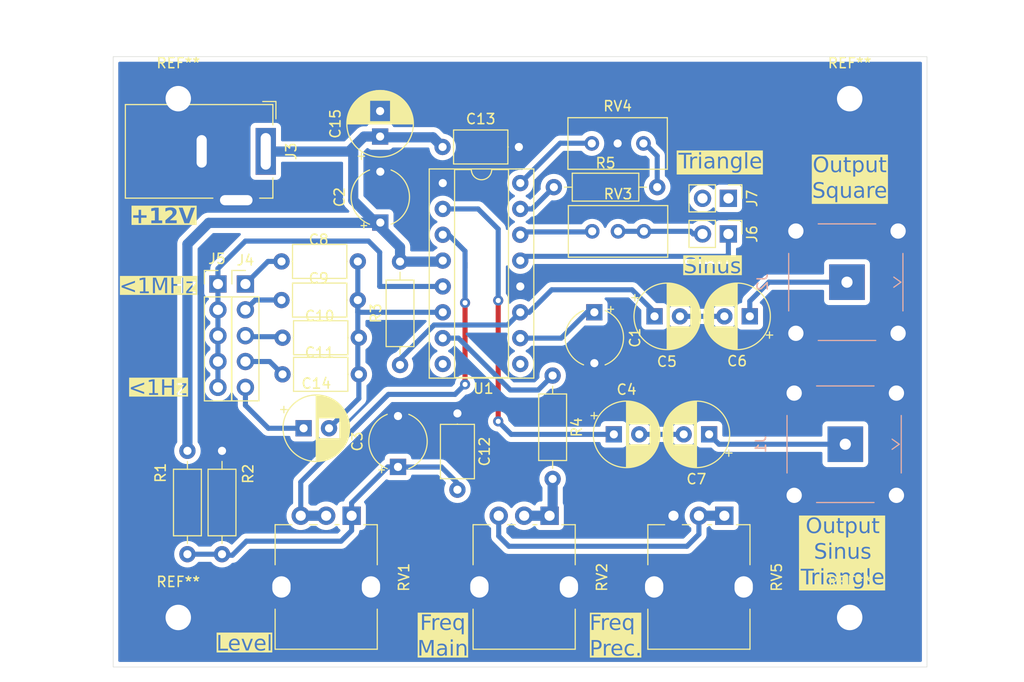
<source format=kicad_pcb>
(kicad_pcb (version 20240108) (generator "pcbnew") (generator_version "8.0")
  (layers (0 "F.Cu" signal) (31 "B.Cu" signal) (34 "B.Paste" user) (35 "F.Paste" user) (36 "B.SilkS" user "B.Silkscreen") (37 "F.SilkS" user "F.Silkscreen") (38 "B.Mask" user) (39 "F.Mask" user) (44 "Edge.Cuts" user))
  (net 0 "")
  (net 1 "Net-(U1-BIAS)")
  (net 2 "GND")
  (net 3 "+12V")
  (net 4 "Net-(C12-Pad2)")
  (net 5 "Net-(U1-STO)")
  (net 6 "Net-(C4-Pad2)")
  (net 7 "Net-(C5-Pad2)")
  (net 8 "Net-(U1-SYNCO)")
  (net 9 "Net-(J2-In)")
  (net 10 "Net-(J1-In)")
  (net 11 "Net-(U1-TC2)")
  (net 12 "Net-(R4-Pad2)")
  (net 13 "Net-(U1-TR1)")
  (net 14 "Net-(U1-MO)")
  (net 15 "Net-(U1-SYMA1)")
  (net 16 "Net-(U1-SYMA2)")
  (net 19 "Net-(R5-Pad2)")
  (net 20 "Net-(U1-WAVEA2)")
  (net 21 "Net-(J4-Pin_1)")
  (net 22 "Net-(J4-Pin_2)")
  (net 23 "Net-(J4-Pin_3)")
  (net 24 "Net-(J4-Pin_4)")
  (net 25 "Net-(J4-Pin_5)")
  (net 26 "Net-(J5-Pin_1)")
  (net 27 "Net-(J6-Pin_1)")
  (net 28 "Net-(J6-Pin_2)")
  (net 31 "Net-(RV2-Pad3)")
  (footprint "Potentiometer_THT:Potentiometer_Bourns_3296W_Vertical" (layer "F.Cu") (at 175.77 62.04)
    (property "Reference" "RV3" (at -2.54 -3.66 0) (layer "F.SilkS"))
    (property "Value" "500")
    (pad "1" thru_hole circle (at 0 0) (size 1.44 1.44) (drill 0.8) (layers "*.Cu" "*.Mask") (net 28 "Net-(J6-Pin_2)"))
    (pad "2" thru_hole circle (at -2.54 0) (size 1.44 1.44) (drill 0.8) (layers "*.Cu" "*.Mask") (net 28 "Net-(J6-Pin_2)"))
    (pad "3" thru_hole circle (at -5.08 0) (size 1.44 1.44) (drill 0.8) (layers "*.Cu" "*.Mask") (net 20 "Net-(U1-WAVEA2)"))
  )
  (footprint "Potentiometer_THT:Potentiometer_Alps_RK09K_Single_Vertical" (layer "F.Cu") (at 166.5 90 -90)
    (property "Reference" "RV2" (at 6.05 -5.15 90) (layer "F.SilkS"))
    (property "Value" "1M")
    (pad "1" thru_hole rect (at 0 0 270) (size 1.8 1.8) (drill 1) (layers "*.Cu" "*.Mask") (net 12 "Net-(R4-Pad2)"))
    (pad "2" thru_hole circle (at 0 2.5 270) (size 1.8 1.8) (drill 1) (layers "*.Cu" "*.Mask") (net 12 "Net-(R4-Pad2)"))
    (pad "3" thru_hole circle (at 0 5 270) (size 1.8 1.8) (drill 1) (layers "*.Cu" "*.Mask") (net 31 "Net-(RV2-Pad3)"))
    (pad "MP" thru_hole roundrect (at 7 -1.9 270) (size 4 3) (drill oval 2.1 1.8) (layers "*.Cu" "*.Mask") (net 2 "GND"))
    (pad "MP" thru_hole roundrect (at 7 6.9 270) (size 4 3) (drill oval 2.1 1.8) (layers "*.Cu" "*.Mask") (net 2 "GND"))
  )
  (footprint "Resistor_THT:R_Axial_DIN0207_L6.3mm_D2.5mm_P10.16mm_Horizontal" (layer "F.Cu") (at 166.92 57.7)
    (property "Reference" "R5" (at 5.08 -2.37 0) (layer "F.SilkS"))
    (property "Value" "4k7")
    (pad "1" thru_hole circle (at 0 0) (size 1.6 1.6) (drill 0.8) (layers "*.Cu" "*.Mask") (net 15 "Net-(U1-SYMA1)"))
    (pad "2" thru_hole oval (at 10.16 0) (size 1.6 1.6) (drill 0.8) (layers "*.Cu" "*.Mask") (net 19 "Net-(R5-Pad2)"))
  )
  (footprint "Capacitor_THT:CP_Radial_Tantal_D5.5mm_P5.00mm" (layer "F.Cu") (at 151.6 85.2 90)
    (property "Reference" "C3" (at 2.5 -4 -90) (layer "F.SilkS"))
    (property "Value" "22u")
    (pad "1" thru_hole rect (at 0 0 90) (size 1.6 1.6) (drill 0.8) (layers "*.Cu" "*.Mask") (net 4 "Net-(C12-Pad2)"))
    (pad "2" thru_hole circle (at 5 0 90) (size 1.6 1.6) (drill 0.8) (layers "*.Cu" "*.Mask") (net 2 "GND"))
  )
  (footprint "Capacitor_THT:C_Axial_L5.1mm_D3.1mm_P7.50mm_Horizontal" (layer "F.Cu") (at 140.15 68.8)
    (property "Reference" "C9" (at 3.65 -2.14 0) (layer "F.SilkS"))
    (property "Value" "10n")
    (pad "1" thru_hole circle (at 0 0) (size 1.6 1.6) (drill 0.8) (layers "*.Cu" "*.Mask") (net 22 "Net-(J4-Pin_2)"))
    (pad "2" thru_hole oval (at 7.5 0) (size 1.6 1.6) (drill 0.8) (layers "*.Cu" "*.Mask") (net 11 "Net-(U1-TC2)"))
  )
  (footprint "Potentiometer_THT:Potentiometer_Alps_RK09K_Single_Vertical" (layer "F.Cu") (at 147.04 90 -90)
    (property "Reference" "RV1" (at 6.05 -5.15 90) (layer "F.SilkS"))
    (property "Value" "20k")
    (pad "1" thru_hole rect (at 0 0 270) (size 1.8 1.8) (drill 1) (layers "*.Cu" "*.Mask") (net 4 "Net-(C12-Pad2)"))
    (pad "2" thru_hole circle (at 0 2.5 270) (size 1.8 1.8) (drill 1) (layers "*.Cu" "*.Mask") (net 14 "Net-(U1-MO)"))
    (pad "3" thru_hole circle (at 0 5 270) (size 1.8 1.8) (drill 1) (layers "*.Cu" "*.Mask") (net 14 "Net-(U1-MO)"))
    (pad "MP" thru_hole roundrect (at 7 -1.9 270) (size 4 3) (drill oval 2.1 1.8) (layers "*.Cu" "*.Mask") (net 2 "GND"))
    (pad "MP" thru_hole roundrect (at 7 6.9 270) (size 4 3) (drill oval 2.1 1.8) (layers "*.Cu" "*.Mask") (net 2 "GND"))
  )
  (footprint "Connector_PinHeader_2.54mm:PinHeader_1x05_P2.54mm_Vertical" (layer "F.Cu") (at 136.6 67.22)
    (property "Reference" "J4" (at 0 -2.33 0) (layer "F.SilkS"))
    (property "Value" "Conn_01x05_Pin")
    (pad "1" thru_hole rect (at 0 0) (size 1.7 1.7) (drill 1) (layers "*.Cu" "*.Mask") (net 21 "Net-(J4-Pin_1)"))
    (pad "2" thru_hole oval (at 0 2.54) (size 1.7 1.7) (drill 1) (layers "*.Cu" "*.Mask") (net 22 "Net-(J4-Pin_2)"))
    (pad "3" thru_hole oval (at 0 5.08) (size 1.7 1.7) (drill 1) (layers "*.Cu" "*.Mask") (net 23 "Net-(J4-Pin_3)"))
    (pad "4" thru_hole oval (at 0 7.62) (size 1.7 1.7) (drill 1) (layers "*.Cu" "*.Mask") (net 24 "Net-(J4-Pin_4)"))
    (pad "5" thru_hole oval (at 0 10.16) (size 1.7 1.7) (drill 1) (layers "*.Cu" "*.Mask") (net 25 "Net-(J4-Pin_5)"))
  )
  (footprint "Capacitor_THT:CP_Radial_D6.3mm_P2.50mm" (layer "F.Cu") (at 142.317621 81.4)
    (property "Reference" "C14" (at 1.25 -4.4 0) (layer "F.SilkS"))
    (property "Value" "10u")
    (pad "1" thru_hole rect (at 0 0) (size 1.6 1.6) (drill 0.8) (layers "*.Cu" "*.Mask") (net 25 "Net-(J4-Pin_5)"))
    (pad "2" thru_hole circle (at 2.5 0) (size 1.6 1.6) (drill 0.8) (layers "*.Cu" "*.Mask") (net 11 "Net-(U1-TC2)"))
  )
  (footprint "Capacitor_THT:CP_Radial_D6.3mm_P2.50mm" (layer "F.Cu") (at 149.84 52.72238 90)
    (property "Reference" "C15" (at 1.25 -4.4 -90) (layer "F.SilkS"))
    (property "Value" "100u/16V")
    (pad "1" thru_hole rect (at 0 0 90) (size 1.6 1.6) (drill 0.8) (layers "*.Cu" "*.Mask") (net 3 "+12V"))
    (pad "2" thru_hole circle (at 2.5 0 90) (size 1.6 1.6) (drill 0.8) (layers "*.Cu" "*.Mask") (net 2 "GND"))
  )
  (footprint "Capacitor_THT:CP_Radial_D6.3mm_P2.50mm" (layer "F.Cu") (at 172.817621 82)
    (property "Reference" "C4" (at 1.25 -4.4 0) (layer "F.SilkS"))
    (property "Value" "47u")
    (pad "1" thru_hole rect (at 0 0) (size 1.6 1.6) (drill 0.8) (layers "*.Cu" "*.Mask") (net 5 "Net-(U1-STO)"))
    (pad "2" thru_hole circle (at 2.5 0) (size 1.6 1.6) (drill 0.8) (layers "*.Cu" "*.Mask") (net 6 "Net-(C4-Pad2)"))
  )
  (footprint "Resistor_THT:R_Axial_DIN0207_L6.3mm_D2.5mm_P10.16mm_Horizontal" (layer "F.Cu") (at 166.8 76.22 -90)
    (property "Reference" "R4" (at 5.08 -2.37 90) (layer "F.SilkS"))
    (property "Value" "1k")
    (pad "1" thru_hole circle (at 0 0 270) (size 1.6 1.6) (drill 0.8) (layers "*.Cu" "*.Mask") (net 13 "Net-(U1-TR1)"))
    (pad "2" thru_hole oval (at 10.16 0 270) (size 1.6 1.6) (drill 0.8) (layers "*.Cu" "*.Mask") (net 12 "Net-(R4-Pad2)"))
  )
  (footprint "Connector_BarrelJack:BarrelJack_GCT_DCJ200-10-A_Horizontal" (layer "F.Cu") (at 138.6 54.18 -90)
    (property "Reference" "J3" (at 0 -2.5 90) (layer "F.SilkS"))
    (property "Value" "Barrel_Jack_Switch")
    (pad "1" thru_hole rect (at 0 0 270) (size 4.6 2) (drill oval 3.6 1) (layers "*.Cu" "*.Mask") (net 3 "+12V"))
    (pad "2" thru_hole oval (at 0 6.3 270) (size 4.2 2) (drill oval 3.2 1) (layers "*.Cu" "*.Mask") (net 2 "GND"))
    (pad "3" thru_hole oval (at 4.8 2.9 270) (size 2 4.2) (drill oval 1 3.2) (layers "*.Cu" "*.Mask") (net 2 "GND"))
  )
  (footprint "Capacitor_THT:CP_Radial_Tantal_D5.5mm_P5.00mm" (layer "F.Cu") (at 149.86 61.18 90)
    (property "Reference" "C2" (at 2.5 -4 -90) (layer "F.SilkS"))
    (property "Value" "33u")
    (pad "1" thru_hole rect (at 0 0 90) (size 1.6 1.6) (drill 0.8) (layers "*.Cu" "*.Mask") (net 3 "+12V"))
    (pad "2" thru_hole circle (at 5 0 90) (size 1.6 1.6) (drill 0.8) (layers "*.Cu" "*.Mask") (net 2 "GND"))
  )
  (footprint "MountingHole:MountingHole_2.5mm_Pad" (layer "F.Cu") (at 196 100)
    (property "Reference" "REF**" (at 0 -3.5 0) (layer "F.SilkS"))
    (property "Value" "MountingHole_2.5mm_Pad")
    (pad "1" thru_hole circle (at 0 0) (size 5 5) (drill 2.5) (layers "*.Cu" "*.Mask") (net 2 "GND"))
  )
  (footprint "Capacitor_THT:C_Axial_L5.1mm_D3.1mm_P7.50mm_Horizontal" (layer "F.Cu") (at 140.25 72.5)
    (property "Reference" "C10" (at 3.65 -2.14 0) (layer "F.SilkS"))
    (property "Value" "100n")
    (pad "1" thru_hole circle (at 0 0) (size 1.6 1.6) (drill 0.8) (layers "*.Cu" "*.Mask") (net 23 "Net-(J4-Pin_3)"))
    (pad "2" thru_hole oval (at 7.5 0) (size 1.6 1.6) (drill 0.8) (layers "*.Cu" "*.Mask") (net 11 "Net-(U1-TC2)"))
  )
  (footprint "Connector_PinHeader_2.54mm:PinHeader_1x05_P2.54mm_Vertical" (layer "F.Cu") (at 133.9 67.22)
    (property "Reference" "J5" (at -0.1 -2.48 0) (layer "F.SilkS"))
    (property "Value" "Conn_01x05_Pin")
    (pad "1" thru_hole rect (at 0 0) (size 1.7 1.7) (drill 1) (layers "*.Cu" "*.Mask") (net 26 "Net-(J5-Pin_1)"))
    (pad "2" thru_hole oval (at 0 2.54) (size 1.7 1.7) (drill 1) (layers "*.Cu" "*.Mask") (net 26 "Net-(J5-Pin_1)"))
    (pad "3" thru_hole oval (at 0 5.08) (size 1.7 1.7) (drill 1) (layers "*.Cu" "*.Mask") (net 26 "Net-(J5-Pin_1)"))
    (pad "4" thru_hole oval (at 0 7.62) (size 1.7 1.7) (drill 1) (layers "*.Cu" "*.Mask") (net 26 "Net-(J5-Pin_1)"))
    (pad "5" thru_hole oval (at 0 10.16) (size 1.7 1.7) (drill 1) (layers "*.Cu" "*.Mask") (net 26 "Net-(J5-Pin_1)"))
  )
  (footprint "Capacitor_THT:CP_Radial_D6.3mm_P2.50mm" (layer "F.Cu") (at 176.817621 70.4)
    (property "Reference" "C5" (at 1.212379 4.45 0) (layer "F.SilkS"))
    (property "Value" "47u")
    (pad "1" thru_hole rect (at 0 0) (size 1.6 1.6) (drill 0.8) (layers "*.Cu" "*.Mask") (net 8 "Net-(U1-SYNCO)"))
    (pad "2" thru_hole circle (at 2.5 0) (size 1.6 1.6) (drill 0.8) (layers "*.Cu" "*.Mask") (net 7 "Net-(C5-Pad2)"))
  )
  (footprint "MountingHole:MountingHole_2.5mm_Pad" (layer "F.Cu") (at 130 49)
    (property "Reference" "REF**" (at 0 -3.5 0) (layer "F.SilkS"))
    (property "Value" "MountingHole_2.5mm_Pad")
    (pad "1" thru_hole circle (at 0 0) (size 5 5) (drill 2.5) (layers "*.Cu" "*.Mask") (net 2 "GND"))
  )
  (footprint "Capacitor_THT:CP_Radial_Tantal_D5.5mm_P5.00mm" (layer "F.Cu") (at 170.9 70 -90)
    (property "Reference" "C1" (at 2.5 -4 90) (layer "F.SilkS"))
    (property "Value" "1u")
    (pad "1" thru_hole rect (at 0 0 270) (size 1.6 1.6) (drill 0.8) (layers "*.Cu" "*.Mask") (net 1 "Net-(U1-BIAS)"))
    (pad "2" thru_hole circle (at 5 0 270) (size 1.6 1.6) (drill 0.8) (layers "*.Cu" "*.Mask") (net 2 "GND"))
  )
  (footprint "Potentiometer_THT:Potentiometer_Bourns_3296W_Vertical" (layer "F.Cu") (at 175.73 53.4)
    (property "Reference" "RV4" (at -2.54 -3.66 0) (layer "F.SilkS"))
    (property "Value" "20k")
    (pad "1" thru_hole circle (at 0 0) (size 1.44 1.44) (drill 0.8) (layers "*.Cu" "*.Mask") (net 19 "Net-(R5-Pad2)"))
    (pad "2" thru_hole circle (at -2.54 0) (size 1.44 1.44) (drill 0.8) (layers "*.Cu" "*.Mask") (net 2 "GND"))
    (pad "3" thru_hole circle (at -5.08 0) (size 1.44 1.44) (drill 0.8) (layers "*.Cu" "*.Mask") (net 16 "Net-(U1-SYMA2)"))
  )
  (footprint "MountingHole:MountingHole_2.5mm_Pad" (layer "F.Cu") (at 130 100)
    (property "Reference" "REF**" (at 0 -3.5 0) (layer "F.SilkS"))
    (property "Value" "MountingHole_2.5mm_Pad")
    (pad "1" thru_hole circle (at 0 0) (size 5 5) (drill 2.5) (layers "*.Cu" "*.Mask") (net 2 "GND"))
  )
  (footprint "Capacitor_THT:CP_Radial_D6.3mm_P2.50mm" (layer "F.Cu") (at 186.18238 70.4 180)
    (property "Reference" "C6" (at 1.25 -4.4 180) (layer "F.SilkS"))
    (property "Value" "47u")
    (pad "1" thru_hole rect (at 0 0 180) (size 1.6 1.6) (drill 0.8) (layers "*.Cu" "*.Mask") (net 9 "Net-(J2-In)"))
    (pad "2" thru_hole circle (at 2.5 0 180) (size 1.6 1.6) (drill 0.8) (layers "*.Cu" "*.Mask") (net 7 "Net-(C5-Pad2)"))
  )
  (footprint "Capacitor_THT:C_Axial_L5.1mm_D3.1mm_P7.50mm_Horizontal" (layer "F.Cu") (at 157.44 79.94 -90)
    (property "Reference" "C12" (at 3.75 -2.67 90) (layer "F.SilkS"))
    (property "Value" "100n")
    (pad "1" thru_hole circle (at 0 0 270) (size 1.6 1.6) (drill 0.8) (layers "*.Cu" "*.Mask") (net 2 "GND"))
    (pad "2" thru_hole oval (at 7.5 0 270) (size 1.6 1.6) (drill 0.8) (layers "*.Cu" "*.Mask") (net 4 "Net-(C12-Pad2)"))
  )
  (footprint "Resistor_THT:R_Axial_DIN0207_L6.3mm_D2.5mm_P10.16mm_Horizontal" (layer "F.Cu") (at 134.3 93.78 90)
    (property "Reference" "R2" (at 7.9 2.57 -90) (layer "F.SilkS"))
    (property "Value" "5k1")
    (pad "1" thru_hole circle (at 0 0 90) (size 1.6 1.6) (drill 0.8) (layers "*.Cu" "*.Mask") (net 4 "Net-(C12-Pad2)"))
    (pad "2" thru_hole oval (at 10.16 0 90) (size 1.6 1.6) (drill 0.8) (layers "*.Cu" "*.Mask") (net 2 "GND"))
  )
  (footprint "MountingHole:MountingHole_2.5mm_Pad" (layer "F.Cu") (at 196 49)
    (property "Reference" "REF**" (at 0 -3.5 0) (layer "F.SilkS"))
    (property "Value" "MountingHole_2.5mm_Pad")
    (pad "1" thru_hole circle (at 0 0) (size 5 5) (drill 2.5) (layers "*.Cu" "*.Mask") (net 2 "GND"))
  )
  (footprint "Connector_PinHeader_2.54mm:PinHeader_1x02_P2.54mm_Vertical" (layer "F.Cu") (at 184.075 58.8 -90)
    (property "Reference" "J7" (at 0 -2.33 90) (layer "F.SilkS"))
    (property "Value" "Conn_01x02_Pin")
    (pad "1" thru_hole rect (at 0 0 270) (size 1.7 1.7) (drill 1) (layers "*.Cu" "*.Mask"))
    (pad "2" thru_hole oval (at 0 2.54 270) (size 1.7 1.7) (drill 1) (layers "*.Cu" "*.Mask"))
  )
  (footprint "Capacitor_THT:CP_Radial_D6.3mm_P2.50mm" (layer "F.Cu") (at 182.18238 82 180)
    (property "Reference" "C7" (at 1.25 -4.4 180) (layer "F.SilkS"))
    (property "Value" "47u")
    (pad "1" thru_hole rect (at 0 0 180) (size 1.6 1.6) (drill 0.8) (layers "*.Cu" "*.Mask") (net 10 "Net-(J1-In)"))
    (pad "2" thru_hole circle (at 2.5 0 180) (size 1.6 1.6) (drill 0.8) (layers "*.Cu" "*.Mask") (net 6 "Net-(C4-Pad2)"))
  )
  (footprint "Potentiometer_THT:Potentiometer_Alps_RK09K_Single_Vertical" (layer "F.Cu") (at 183.68 90 -90)
    (property "Reference" "RV5" (at 6.05 -5.15 90) (layer "F.SilkS"))
    (property "Value" "100k")
    (pad "1" thru_hole rect (at 0 0 270) (size 1.8 1.8) (drill 1) (layers "*.Cu" "*.Mask") (net 31 "Net-(RV2-Pad3)"))
    (pad "2" thru_hole circle (at 0 2.5 270) (size 1.8 1.8) (drill 1) (layers "*.Cu" "*.Mask") (net 31 "Net-(RV2-Pad3)"))
    (pad "3" thru_hole circle (at 0 5 270) (size 1.8 1.8) (drill 1) (layers "*.Cu" "*.Mask") (net 2 "GND"))
    (pad "MP" thru_hole roundrect (at 7 -1.9 270) (size 4 3) (drill oval 2.1 1.8) (layers "*.Cu" "*.Mask") (net 2 "GND"))
    (pad "MP" thru_hole roundrect (at 7 6.9 270) (size 4 3) (drill oval 2.1 1.8) (layers "*.Cu" "*.Mask") (net 2 "GND"))
  )
  (footprint "Resistor_THT:R_Axial_DIN0207_L6.3mm_D2.5mm_P10.16mm_Horizontal" (layer "F.Cu") (at 151.8 75.18 90)
    (property "Reference" "R3" (at 5.08 -2.37 -90) (layer "F.SilkS"))
    (property "Value" "4k7")
    (pad "1" thru_hole circle (at 0 0 90) (size 1.6 1.6) (drill 0.8) (layers "*.Cu" "*.Mask") (net 8 "Net-(U1-SYNCO)"))
    (pad "2" thru_hole oval (at 10.16 0 90) (size 1.6 1.6) (drill 0.8) (layers "*.Cu" "*.Mask") (net 3 "+12V"))
  )
  (footprint "Capacitor_THT:C_Axial_L5.1mm_D3.1mm_P7.50mm_Horizontal" (layer "F.Cu") (at 140.15 65)
    (property "Reference" "C8" (at 3.65 -2.14 0) (layer "F.SilkS"))
    (property "Value" "1000p")
    (pad "1" thru_hole circle (at 0 0) (size 1.6 1.6) (drill 0.8) (layers "*.Cu" "*.Mask") (net 21 "Net-(J4-Pin_1)"))
    (pad "2" thru_hole oval (at 7.5 0) (size 1.6 1.6) (drill 0.8) (layers "*.Cu" "*.Mask") (net 11 "Net-(U1-TC2)"))
  )
  (footprint "Capacitor_THT:C_Axial_L5.1mm_D3.1mm_P7.50mm_Horizontal" (layer "F.Cu") (at 163.48 53.75 180)
    (property "Reference" "C13" (at 3.75 2.75 180) (layer "F.SilkS"))
    (property "Value" "100n")
    (pad "1" thru_hole circle (at 0 0 180) (size 1.6 1.6) (drill 0.8) (layers "*.Cu" "*.Mask") (net 2 "GND"))
    (pad "2" thru_hole oval (at 7.5 0 180) (size 1.6 1.6) (drill 0.8) (layers "*.Cu" "*.Mask") (net 3 "+12V"))
  )
  (footprint "Package_DIP:DIP-16_W7.62mm_Socket" (layer "F.Cu") (at 156 57.3)
    (property "Reference" "U1" (at 4 20.2 0) (layer "F.SilkS"))
    (property "Value" "XR2206")
    (pad "1" thru_hole rect (at 0 0) (size 1.6 1.6) (drill 0.8) (layers "*.Cu" "*.Mask") (net 2 "GND"))
    (pad "2" thru_hole oval (at 0 2.54) (size 1.6 1.6) (drill 0.8) (layers "*.Cu" "*.Mask") (net 5 "Net-(U1-STO)"))
    (pad "3" thru_hole oval (at 0 5.08) (size 1.6 1.6) (drill 0.8) (layers "*.Cu" "*.Mask") (net 14 "Net-(U1-MO)"))
    (pad "4" thru_hole oval (at 0 7.62) (size 1.6 1.6) (drill 0.8) (layers "*.Cu" "*.Mask") (net 3 "+12V"))
    (pad "5" thru_hole oval (at 0 10.16) (size 1.6 1.6) (drill 0.8) (layers "*.Cu" "*.Mask") (net 26 "Net-(J5-Pin_1)"))
    (pad "6" thru_hole oval (at 0 12.7) (size 1.6 1.6) (drill 0.8) (layers "*.Cu" "*.Mask") (net 11 "Net-(U1-TC2)"))
    (pad "7" thru_hole oval (at 0 15.24) (size 1.6 1.6) (drill 0.8) (layers "*.Cu" "*.Mask") (net 13 "Net-(U1-TR1)"))
    (pad "8" thru_hole oval (at 0 17.78) (size 1.6 1.6) (drill 0.8) (layers "*.Cu" "*.Mask"))
    (pad "9" thru_hole oval (at 7.62 17.78) (size 1.6 1.6) (drill 0.8) (layers "*.Cu" "*.Mask"))
    (pad "10" thru_hole oval (at 7.62 15.24) (size 1.6 1.6) (drill 0.8) (layers "*.Cu" "*.Mask") (net 1 "Net-(U1-BIAS)"))
    (pad "11" thru_hole oval (at 7.62 12.7) (size 1.6 1.6) (drill 0.8) (layers "*.Cu" "*.Mask") (net 8 "Net-(U1-SYNCO)"))
    (pad "12" thru_hole oval (at 7.62 10.16) (size 1.6 1.6) (drill 0.8) (layers "*.Cu" "*.Mask") (net 2 "GND"))
    (pad "13" thru_hole oval (at 7.62 7.62) (size 1.6 1.6) (drill 0.8) (layers "*.Cu" "*.Mask") (net 27 "Net-(J6-Pin_1)"))
    (pad "14" thru_hole oval (at 7.62 5.08) (size 1.6 1.6) (drill 0.8) (layers "*.Cu" "*.Mask") (net 20 "Net-(U1-WAVEA2)"))
    (pad "15" thru_hole oval (at 7.62 2.54) (size 1.6 1.6) (drill 0.8) (layers "*.Cu" "*.Mask") (net 15 "Net-(U1-SYMA1)"))
    (pad "16" thru_hole oval (at 7.62 0) (size 1.6 1.6) (drill 0.8) (layers "*.Cu" "*.Mask") (net 16 "Net-(U1-SYMA2)"))
  )
  (footprint "Resistor_THT:R_Axial_DIN0207_L6.3mm_D2.5mm_P10.16mm_Horizontal" (layer "F.Cu") (at 130.9 83.62 -90)
    (property "Reference" "R1" (at 2.16 2.64 90) (layer "F.SilkS"))
    (property "Value" "5k1")
    (pad "1" thru_hole circle (at 0 0 270) (size 1.6 1.6) (drill 0.8) (layers "*.Cu" "*.Mask") (net 3 "+12V"))
    (pad "2" thru_hole oval (at 10.16 0 270) (size 1.6 1.6) (drill 0.8) (layers "*.Cu" "*.Mask") (net 4 "Net-(C12-Pad2)"))
  )
  (footprint "Connector_PinHeader_2.54mm:PinHeader_1x02_P2.54mm_Vertical" (layer "F.Cu") (at 184.075 62.3 -90)
    (property "Reference" "J6" (at 0 -2.33 90) (layer "F.SilkS"))
    (property "Value" "Conn_01x02_Pin")
    (pad "1" thru_hole rect (at 0 0 270) (size 1.7 1.7) (drill 1) (layers "*.Cu" "*.Mask") (net 27 "Net-(J6-Pin_1)"))
    (pad "2" thru_hole oval (at 0 2.54 270) (size 1.7 1.7) (drill 1) (layers "*.Cu" "*.Mask") (net 28 "Net-(J6-Pin_2)"))
  )
  (footprint "Capacitor_THT:C_Axial_L5.1mm_D3.1mm_P7.50mm_Horizontal" (layer "F.Cu") (at 140.25 76.1)
    (property "Reference" "C11" (at 3.65 -2.14 0) (layer "F.SilkS"))
    (property "Value" "1u")
    (pad "1" thru_hole circle (at 0 0) (size 1.6 1.6) (drill 0.8) (layers "*.Cu" "*.Mask") (net 24 "Net-(J4-Pin_4)"))
    (pad "2" thru_hole oval (at 7.5 0) (size 1.6 1.6) (drill 0.8) (layers "*.Cu" "*.Mask") (net 11 "Net-(U1-TC2)"))
  )
  (footprint "Connector_Coaxial:BNC_TEConnectivity_1478035_Horizontal" (layer "B.Cu") (at 195.735 67.04 90)
    (property "Reference" "J2" (at 0 -8.3 -90) (layer "B.SilkS") (effects (justify mirror)))
    (property "Value" "Conn_Coaxial_Small")
    (pad "1" thru_hole rect (at 0 0 90) (size 3.5 3.5) (drill 1.1) (layers "*.Cu" "*.Mask") (net 9 "Net-(J2-In)"))
    (pad "2" thru_hole circle (at -5.025 -5.025 90) (size 4 4) (drill 1.5) (layers "*.Cu" "*.Mask") (net 2 "GND"))
    (pad "2" thru_hole circle (at -5.025 5.025 90) (size 4 4) (drill 1.5) (layers "*.Cu" "*.Mask") (net 2 "GND"))
    (pad "2" thru_hole circle (at 5.025 -5.025 90) (size 4 4) (drill 1.5) (layers "*.Cu" "*.Mask") (net 2 "GND"))
    (pad "2" thru_hole circle (at 5.025 5.025 90) (size 4 4) (drill 1.5) (layers "*.Cu" "*.Mask") (net 2 "GND"))
  )
  (footprint "Connector_Coaxial:BNC_TEConnectivity_1478035_Horizontal" (layer "B.Cu") (at 195.57 82.97 90)
    (property "Reference" "J1" (at 0 -8.3 -90) (layer "B.SilkS") (effects (justify mirror)))
    (property "Value" "Conn_Coaxial_Small")
    (pad "1" thru_hole rect (at 0 0 90) (size 3.5 3.5) (drill 1.1) (layers "*.Cu" "*.Mask") (net 10 "Net-(J1-In)"))
    (pad "2" thru_hole circle (at -5.025 -5.025 90) (size 4 4) (drill 1.5) (layers "*.Cu" "*.Mask") (net 2 "GND"))
    (pad "2" thru_hole circle (at -5.025 5.025 90) (size 4 4) (drill 1.5) (layers "*.Cu" "*.Mask") (net 2 "GND"))
    (pad "2" thru_hole circle (at 5.025 -5.025 90) (size 4 4) (drill 1.5) (layers "*.Cu" "*.Mask") (net 2 "GND"))
    (pad "2" thru_hole circle (at 5.025 5.025 90) (size 4 4) (drill 1.5) (layers "*.Cu" "*.Mask") (net 2 "GND"))
  )
  (gr_rect (start 123.6 44.87) (end 203.6 104.87) (stroke (width 0.05)) (fill none) (layer "Edge.Cuts"))
  (gr_text "Freq \nPrec." (at 173 104 0) (layer "F.SilkS" knockout) (effects (font (size 1.5 1.5) (thickness 0.1875)) (justify bottom)))
  (gr_text "<1Hz" (at 128 77.5 0) (layer "F.SilkS" knockout) (effects (font (size 1.5 1.5) (thickness 0.1875))))
  (gr_text "Sinus" (at 182.5 66.41 0) (layer "F.SilkS" knockout) (effects (font (size 1.5 1.5) (thickness 0.1875)) (justify bottom)))
  (gr_text "Output\nSquare" (at 196 59 0) (layer "F.SilkS" knockout) (effects (font (size 1.5 1.5) (thickness 0.1875)) (justify bottom)))
  (gr_text "Output\nSinus\nTriangle" (at 195.31 97 0) (layer "F.SilkS" knockout) (effects (font (size 1.5 1.5) (thickness 0.1875)) (justify bottom)))
  (gr_text "+12V" (at 128.5 61.5 0) (layer "F.SilkS" knockout) (effects (font (size 1.5 1.5) (thickness 0.3) (bold yes)) (justify bottom)))
  (gr_text "<1MHz" (at 128 67.5 0) (layer "F.SilkS" knockout) (effects (font (size 1.5 1.5) (thickness 0.1875))))
  (gr_text "Level" (at 136.5 103.5 0) (layer "F.SilkS" knockout) (effects (font (size 1.5 1.5) (thickness 0.1875)) (justify bottom)))
  (gr_text "Triangle" (at 183.29 56.11 0) (layer "F.SilkS" knockout) (effects (font (size 1.5 1.5) (thickness 0.1875)) (justify bottom)))
  (gr_text "Freq\nMain" (at 156 104 0) (layer "F.SilkS" knockout) (effects (font (size 1.5 1.5) (thickness 0.1875)) (justify bottom)))
  (segment (start 163.62 72.54) (end 167.64 72.54) (width 0.5) (layer "B.Cu") (net 1))
  (segment (start 170.18 70) (end 167.64 72.54) (width 0.5) (layer "B.Cu") (net 1))
  (segment (start 170.9 70) (end 170.18 70) (width 0.5) (layer "B.Cu") (net 1))
  (segment (start 156.4 57.7) (end 156 57.3) (width 0.5) (layer "B.Cu") (net 2))
  (segment (start 147.2 59) (end 147.2 53.78238) (width 1) (layer "B.Cu") (net 3))
  (segment (start 149.2 61) (end 147.2 59) (width 1) (layer "B.Cu") (net 3))
  (segment (start 155.9 65.02) (end 156 64.92) (width 0.5) (layer "B.Cu") (net 3))
  (segment (start 146.78238 54.2) (end 148.26 52.72238) (width 1) (layer "B.Cu") (net 3))
  (segment (start 138.62 54.2) (end 146.78238 54.2) (width 1) (layer "B.Cu") (net 3))
  (segment (start 149.86 61.18) (end 149.83 61.21) (width 1) (layer "B.Cu") (net 3))
  (segment (start 155.98 53.75) (end 155.03 52.8) (width 1) (layer "B.Cu") (net 3))
  (segment (start 149.2 61) (end 151.8 63.6) (width 1) (layer "B.Cu") (net 3))
  (segment (start 155.03 52.8) (end 150.01762 52.8) (width 1) (layer "B.Cu") (net 3))
  (segment (start 132.99 61.21) (end 130.9 63.3) (width 1) (layer "B.Cu") (net 3))
  (segment (start 151.8 63.6) (end 151.8 65.02) (width 1) (layer "B.Cu") (net 3))
  (segment (start 148.26 52.72238) (end 149.84 52.72238) (width 1) (layer "B.Cu") (net 3))
  (segment (start 147.2 53.78238) (end 147.44119 53.54119) (width 0.5) (layer "B.Cu") (net 3))
  (segment (start 149.83 61.21) (end 132.99 61.21) (width 1) (layer "B.Cu") (net 3))
  (segment (start 149.38 61.18) (end 149.2 61) (width 0.5) (layer "B.Cu") (net 3))
  (segment (start 151.8 65.02) (end 155.9 65.02) (width 1) (layer "B.Cu") (net 3))
  (segment (start 149.86 61.18) (end 149.38 61.18) (width 0.5) (layer "B.Cu") (net 3))
  (segment (start 130.9 63.3) (end 130.9 83.62) (width 1) (layer "B.Cu") (net 3))
  (segment (start 138.6 54.18) (end 138.62 54.2) (width 1) (layer "B.Cu") (net 3))
  (segment (start 136.7 92.5) (end 146 92.5) (width 0.5) (layer "B.Cu") (net 4))
  (segment (start 134.3 93.78) (end 134.4 93.88) (width 0.5) (layer "B.Cu") (net 4))
  (segment (start 130.9 93.78) (end 134.3 93.78) (width 0.5) (layer "B.Cu") (net 4))
  (segment (start 147.04 88.75) (end 150.59 85.2) (width 0.5) (layer "B.Cu") (net 4))
  (segment (start 151.61 85.21) (end 155.86 85.21) (width 0.5) (layer "B.Cu") (net 4))
  (segment (start 151.6 85.2) (end 151.61 85.21) (width 0.5) (layer "B.Cu") (net 4))
  (segment (start 146 92.5) (end 147.04 91.46) (width 0.5) (layer "B.Cu") (net 4))
  (segment (start 147.04 91.46) (end 147.04 88.75) (width 0.5) (layer "B.Cu") (net 4))
  (segment (start 150.59 85.2) (end 151.6 85.2) (width 0.5) (layer "B.Cu") (net 4))
  (segment (start 155.86 85.21) (end 157.4 86.75) (width 0.5) (layer "B.Cu") (net 4))
  (segment (start 135.32 93.88) (end 136.7 92.5) (width 0.5) (layer "B.Cu") (net 4))
  (segment (start 134.4 93.88) (end 135.32 93.88) (width 0.5) (layer "B.Cu") (net 4))
  (segment (start 161.45 80.72) (end 161.45 68.84) (width 0.5) (layer "F.Cu") (net 5))
  (via (at 161.45 80.72) (size 1) (drill 0.5) (layers "F.Cu" "B.Cu") (net 5))
  (via (at 161.45 68.84) (size 1) (drill 0.5) (layers "F.Cu" "B.Cu") (net 5))
  (segment (start 159.47 59.84) (end 156 59.84) (width 0.5) (layer "B.Cu") (net 5))
  (segment (start 162.73 82) (end 172.817621 82) (width 0.5) (layer "B.Cu") (net 5))
  (segment (start 161.45 61.82) (end 159.47 59.84) (width 0.5) (layer "B.Cu") (net 5))
  (segment (start 161.45 68.84) (end 161.45 61.82) (width 0.5) (layer "B.Cu") (net 5))
  (segment (start 161.45 80.72) (end 162.73 82) (width 0.5) (layer "B.Cu") (net 5))
  (segment (start 175.317621 82) (end 179.68238 82) (width 0.5) (layer "B.Cu") (net 6))
  (segment (start 179.317621 70.4) (end 183.68238 70.4) (width 0.5) (layer "B.Cu") (net 7))
  (segment (start 151.8 74.6) (end 151.8 75.18) (width 0.5) (layer "B.Cu") (net 8))
  (segment (start 163.62 70) (end 162.37 71.25) (width 0.5) (layer "B.Cu") (net 8))
  (segment (start 177.217621 70.4) (end 174.607621 67.79) (width 0.5) (layer "B.Cu") (net 8))
  (segment (start 155.15 71.25) (end 151.8 74.6) (width 0.5) (layer "B.Cu") (net 8))
  (segment (start 166.71 67.79) (end 164.5 70) (width 0.5) (layer "B.Cu") (net 8))
  (segment (start 164.5 70) (end 163.62 70) (width 0.5) (layer "B.Cu") (net 8))
  (segment (start 162.37 71.25) (end 155.15 71.25) (width 0.5) (layer "B.Cu") (net 8))
  (segment (start 174.607621 67.79) (end 166.71 67.79) (width 0.5) (layer "B.Cu") (net 8))
  (segment (start 186.18238 68.90762) (end 188.05 67.04) (width 0.5) (layer "B.Cu") (net 9))
  (segment (start 186.18238 70.4) (end 186.18238 68.90762) (width 0.5) (layer "B.Cu") (net 9))
  (segment (start 195.735 67.04) (end 196 66.775) (width 0.5) (layer "B.Cu") (net 9))
  (segment (start 188.05 67.04) (end 195.735 67.04) (width 0.5) (layer "B.Cu") (net 9))
  (segment (start 182.18238 82) (end 183.15238 82.97) (width 0.5) (layer "B.Cu") (net 10))
  (segment (start 183.15238 82.97) (end 195.57 82.97) (width 0.5) (layer "B.Cu") (net 10))
  (segment (start 147.65 76) (end 147.75 76.1) (width 0.5) (layer "B.Cu") (net 11))
  (segment (start 147.65 65) (end 147.65 76) (width 0.5) (layer "B.Cu") (net 11))
  (segment (start 147.65 70) (end 147.65 68.8) (width 0.5) (layer "B.Cu") (net 11))
  (segment (start 156 70) (end 147.65 70) (width 0.5) (layer "B.Cu") (net 11))
  (segment (start 147.75 78.467621) (end 144.817621 81.4) (width 0.5) (layer "B.Cu") (net 11))
  (segment (start 147.75 76.1) (end 147.75 78.467621) (width 0.5) (layer "B.Cu") (net 11))
  (segment (start 166.8 89.7) (end 166.8 86.38) (width 1) (layer "B.Cu") (net 12))
  (segment (start 164 90) (end 166.5 90) (width 1) (layer "B.Cu") (net 12))
  (segment (start 166.5 90) (end 166.8 89.7) (width 1) (layer "B.Cu") (net 12))
  (segment (start 157.54 72.54) (end 162.64 77.64) (width 0.5) (layer "B.Cu") (net 13))
  (segment (start 165.38 77.64) (end 166.8 76.22) (width 0.5) (layer "B.Cu") (net 13))
  (segment (start 156 72.54) (end 157.54 72.54) (width 0.5) (layer "B.Cu") (net 13))
  (segment (start 162.64 77.64) (end 165.38 77.64) (width 0.5) (layer "B.Cu") (net 13))
  (segment (start 158.19 77.09) (end 158.19 69.065) (width 0.5) (layer "F.Cu") (net 14))
  (via (at 158.19 77.09) (size 1) (drill 0.5) (layers "F.Cu" "B.Cu") (net 14))
  (via (at 158.19 69.065) (size 1) (drill 0.5) (layers "F.Cu" "B.Cu") (net 14))
  (segment (start 158.19 65.65) (end 158.19 63.99) (width 0.5) (layer "B.Cu") (net 14))
  (segment (start 142.04 86.69) (end 150.66 78.07) (width 0.5) (layer "B.Cu") (net 14))
  (segment (start 158.19 63.99) (end 156.58 62.38) (width 0.5) (layer "B.Cu") (net 14))
  (segment (start 157.21 78.07) (end 158.19 77.09) (width 0.5) (layer "B.Cu") (net 14))
  (segment (start 158.19 69.065) (end 158.19 65.135) (width 0.5) (layer "B.Cu") (net 14))
  (segment (start 142.04 90) (end 142.04 86.69) (width 0.5) (layer "B.Cu") (net 14))
  (segment (start 150.66 78.07) (end 157.21 78.07) (width 0.5) (layer "B.Cu") (net 14))
  (segment (start 142.04 90) (end 144.54 90) (width 1) (layer "B.Cu") (net 14))
  (segment (start 156.58 62.38) (end 156 62.38) (width 0.5) (layer "B.Cu") (net 14))
  (segment (start 164.78 59.84) (end 166.92 57.7) (width 0.5) (layer "B.Cu") (net 15))
  (segment (start 163.62 59.84) (end 164.78 59.84) (width 0.5) (layer "B.Cu") (net 15))
  (segment (start 167.54 53.38) (end 170.75 53.38) (width 0.5) (layer "B.Cu") (net 16))
  (segment (start 163.62 57.3) (end 167.54 53.38) (width 0.5) (layer "B.Cu") (net 16))
  (segment (start 177.08 54.63) (end 175.83 53.38) (width 0.5) (layer "B.Cu") (net 19))
  (segment (start 177.08 57.7) (end 177.08 54.63) (width 0.5) (layer "B.Cu") (net 19))
  (segment (start 163.9 62.1) (end 170.68 62.1) (width 0.5) (layer "B.Cu") (net 20))
  (segment (start 163.62 62.38) (end 163.9 62.1) (width 0.5) (layer "B.Cu") (net 20))
  (segment (start 136.6 67.22) (end 138.82 65) (width 0.5) (layer "B.Cu") (net 21))
  (segment (start 138.82 65) (end 140.15 65) (width 0.5) (layer "B.Cu") (net 21))
  (segment (start 136.6 69.76) (end 137.57 68.79) (width 0.5) (layer "B.Cu") (net 22))
  (segment (start 140.14 68.79) (end 140.15 68.8) (width 0.5) (layer "B.Cu") (net 22))
  (segment (start 137.57 68.79) (end 140.14 68.79) (width 0.5) (layer "B.Cu") (net 22))
  (segment (start 136.565 72.4) (end 140.15 72.4) (width 0.5) (layer "B.Cu") (net 23))
  (segment (start 140.15 72.4) (end 140.25 72.5) (width 0.5) (layer "B.Cu") (net 23))
  (segment (start 138.99 74.84) (end 140.25 76.1) (width 0.5) (layer "B.Cu") (net 24))
  (segment (start 136.6 74.84) (end 138.99 74.84) (width 0.5) (layer "B.Cu") (net 24))
  (segment (start 138.86 81.4) (end 142.317621 81.4) (width 0.5) (layer "B.Cu") (net 25))
  (segment (start 136.6 77.38) (end 136.6 79.14) (width 0.5) (layer "B.Cu") (net 25))
  (segment (start 136.6 79.14) (end 138.86 81.4) (width 0.5) (layer "B.Cu") (net 25))
  (segment (start 149.8 67.46) (end 149.8 64.1) (width 0.5) (layer "B.Cu") (net 26))
  (segment (start 156 67.46) (end 149.8 67.46) (width 0.5) (layer "B.Cu") (net 26))
  (segment (start 136.6 63) (end 133.9 65.7) (width 0.5) (layer "B.Cu") (net 26))
  (segment (start 148.7 63) (end 136.6 63) (width 0.5) (layer "B.Cu") (net 26))
  (segment (start 133.9 65.7) (end 133.9 67.18) (width 0.5) (layer "B.Cu") (net 26))
  (segment (start 149.8 64.1) (end 148.7 63) (width 0.5) (layer "B.Cu") (net 26))
  (segment (start 133.9 67.18) (end 133.9 77.34) (width 0.5) (layer "B.Cu") (net 26))
  (segment (start 184.075 64.325) (end 183.9 64.5) (width 0.5) (layer "B.Cu") (net 27))
  (segment (start 164.04 64.5) (end 163.62 64.92) (width 0.5) (layer "B.Cu") (net 27))
  (segment (start 183.9 64.5) (end 164.04 64.5) (width 0.5) (layer "B.Cu") (net 27))
  (segment (start 184.075 62.8) (end 184.075 64.325) (width 0.5) (layer "B.Cu") (net 27))
  (segment (start 180.36 62.04) (end 175.82 62.04) (width 0.5) (layer "B.Cu") (net 28))
  (segment (start 173.28 62.04) (end 175.82 62.04) (width 0.5) (layer "B.Cu") (net 28))
  (segment (start 181.535 62.3) (end 180.62 62.3) (width 0.5) (layer "B.Cu") (net 28))
  (segment (start 180.62 62.3) (end 180.36 62.04) (width 0.5) (layer "B.Cu") (net 28))
  (segment (start 181.035 62.3) (end 181.535 62.8) (width 0.5) (layer "B.Cu") (net 28))
  (segment (start 183.68 90) (end 181.18 90) (width 1) (layer "B.Cu") (net 31))
  (segment (start 161.5 92) (end 161.5 90) (width 0.5) (layer "B.Cu") (net 31))
  (segment (start 181.18 91.82) (end 180 93) (width 0.5) (layer "B.Cu") (net 31))
  (segment (start 162.5 93) (end 161.5 92) (width 0.5) (layer "B.Cu") (net 31))
  (segment (start 180 93) (end 162.5 93) (width 0.5) (layer "B.Cu") (net 31))
  (segment (start 181.18 90.53) (end 181.18 91.82) (width 0.5) (layer "B.Cu") (net 31))
  (zone (net 2) (net_name "GND") (layer "B.Cu") (connect_pads yes (clearance 0.5)) (min_thickness 0.25) (fill yes (thermal_gap 0.5) (thermal_bridge_width 0.5))
    (polygon (pts (xy 122.43 44.49) (xy 204.73 43.99) (xy 205.16 105.85) (xy 122.76 106.35)))
  )
)
</source>
